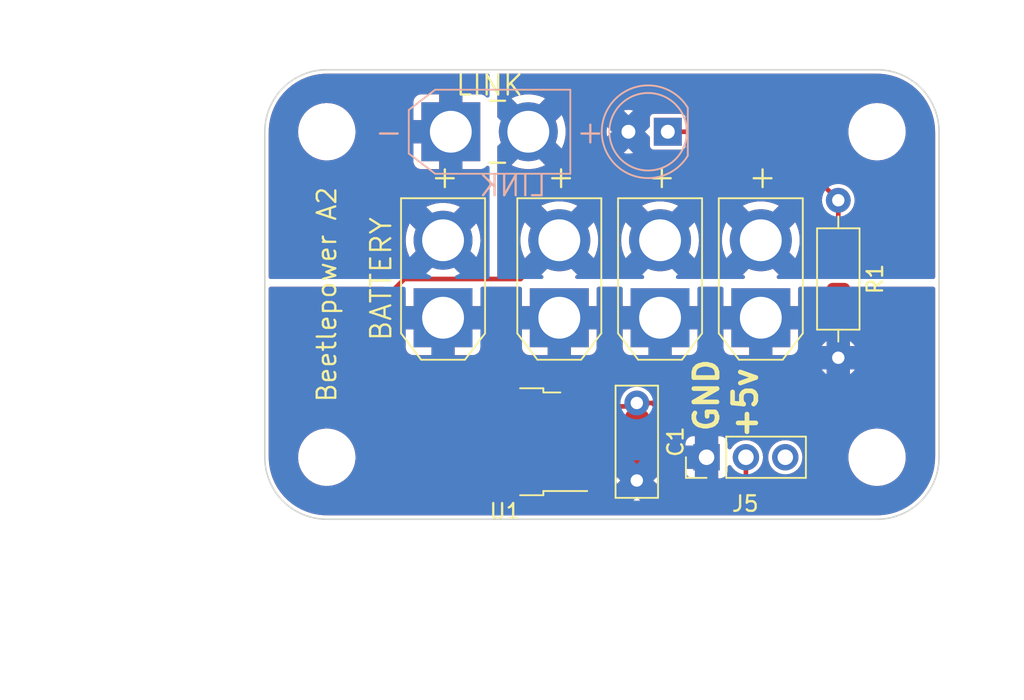
<source format=kicad_pcb>
(kicad_pcb (version 20210424) (generator pcbnew)
  (title_block (date "2021-05-20"))
  (layers (0 "F.Cu" signal) (31 "B.Cu" signal) (34 "B.Paste" user) (35 "F.Paste" user) (36 "B.SilkS" user "B.Silkscreen") (37 "F.SilkS" user "F.Silkscreen") (38 "B.Mask" user) (39 "F.Mask" user) (44 "Edge.Cuts" user))
  (net 0 "")
  (net 1 "/B+IN")
  (net 2 "/B+")
  (net 3 "Net-(D1-Pad1)")
  (net 4 "/GND")
  (net 5 "+5V")
  (footprint "beetlepower-xt30:XT30U-M" (layer "F.Cu") (at 92.5 80 90)
    (fp_text reference "J1" hide)
    (fp_text value "Battery" hide)
    (fp_text user "+" (at 9 0 90) (layer "F.SilkS") (effects (font (size 1.5 1.5))))
    (fp_line (start 7.71 -2.71) (end 7.71 2.71) (layer "F.SilkS") (width 0.12))
    (fp_line (start -2.71 1.41) (end -1.01 2.71) (layer "F.SilkS") (width 0.12))
    (fp_line (start -2.71 -1.41) (end -2.71 1.41) (layer "F.SilkS") (width 0.12))
    (fp_line (start -2.71 -1.41) (end -1.01 -2.71) (layer "F.SilkS") (width 0.12))
    (fp_line (start -1.01 2.71) (end 7.71 2.71) (layer "F.SilkS") (width 0.12))
    (fp_line (start -1.01 -2.71) (end 7.71 -2.71) (layer "F.SilkS") (width 0.12))
    (pad "1" thru_hole rect locked (at 0 0 90) (size 3.8 3.8) (drill 2.7) (layers *.Cu *.Mask) (net 4 "/GND"))
    (pad "2" thru_hole circle locked (at 5 0 90) (size 3.8 3.8) (drill 2.7) (layers *.Cu *.Mask) (net 1 "/B+IN"))
  )
  (footprint "beetlepower-xt30:Resistor-pth-and-smd" (layer "F.Cu") (at 118 77.5 -90)
    (fp_text reference "R1" (at 0 -2.37 -90) (layer "F.SilkS"))
    (fp_text value "R")
    (fp_line (start 3.27 -1.37) (end -3.27 -1.37) (layer "F.SilkS") (width 0.12))
    (fp_line (start 4.04 0) (end 3.27 0) (layer "F.SilkS") (width 0.12))
    (fp_line (start -4.04 0) (end -3.27 0) (layer "F.SilkS") (width 0.12))
    (fp_line (start 3.27 1.37) (end 3.27 -1.37) (layer "F.SilkS") (width 0.12))
    (fp_line (start -3.27 -1.37) (end -3.27 1.37) (layer "F.SilkS") (width 0.12))
    (fp_line (start -3.27 1.37) (end 3.27 1.37) (layer "F.SilkS") (width 0.12))
    (pad "1" smd roundrect locked (at -1 0 270) (size 1.5 1.524) (layers "F.Cu" "F.Mask") (net 3 "Net-(D1-Pad1)"))
    (pad "1" thru_hole circle locked (at -5.08 0 270) (size 1.6 1.6) (drill 0.8) (layers *.Cu *.Mask) (net 3 "Net-(D1-Pad1)"))
    (pad "2" smd roundrect locked (at 1 -0.012 270) (size 1.5 1.524) (layers "F.Cu" "F.Mask") (net 4 "/GND"))
    (pad "2" thru_hole oval locked (at 5.08 0 270) (size 1.6 1.6) (drill 0.8) (layers *.Cu *.Mask) (net 4 "/GND"))
  )
  (footprint "MountingHole:MountingHole_3.2mm_M3" (layer "F.Cu") (at 120.5 68)
    (fp_text reference "H3" hide)
    (fp_text value "MountingHole" hide)
    (pad "1" np_thru_hole circle locked (at 0 0) (size 3.2 3.2) (drill 3.2) (layers *.Cu *.Mask))
  )
  (footprint "beetlepower-xt30:C-pth-and-smd" (layer "F.Cu") (at 105 85.5 -90)
    (fp_text reference "C1" (at 2.5 -2.5 -90) (layer "F.SilkS"))
    (fp_text value "C")
    (fp_line (start -1.12 -1.37) (end 6.12 -1.37) (layer "F.SilkS") (width 0.12))
    (fp_line (start 6.12 -1.37) (end 6.12 1.37) (layer "F.SilkS") (width 0.12))
    (fp_line (start -1.12 -1.37) (end -1.12 1.37) (layer "F.SilkS") (width 0.12))
    (fp_line (start -1.12 1.37) (end 6.12 1.37) (layer "F.SilkS") (width 0.12))
    (pad "1" smd roundrect locked (at 1.225 -0.012 270) (size 1.5 1.524) (layers "F.Cu" "F.Mask") (net 5 "+5V"))
    (pad "1" thru_hole circle locked (at 0 0 270) (size 1.6 1.6) (drill 0.8) (layers *.Cu *.Mask) (net 5 "+5V"))
    (pad "2" thru_hole circle locked (at 5 0 270) (size 1.6 1.6) (drill 0.8) (layers *.Cu *.Mask) (net 4 "/GND"))
    (pad "2" smd roundrect locked (at 3.625 -0.012 270) (size 1.5 1.524) (layers "F.Cu" "F.Mask") (net 4 "/GND"))
  )
  (footprint "MountingHole:MountingHole_3.2mm_M3" (layer "F.Cu") (at 85 68)
    (fp_text reference "H1" hide)
    (fp_text value "MountingHole" hide)
    (pad "1" np_thru_hole circle locked (at 0 0) (size 3.2 3.2) (drill 3.2) (layers *.Cu *.Mask))
  )
  (footprint "MountingHole:MountingHole_3.2mm_M3" (layer "F.Cu") (at 85 89)
    (fp_text reference "H2" hide)
    (fp_text value "MountingHole" hide)
    (pad "1" np_thru_hole circle locked (at 0 0) (size 3.2 3.2) (drill 3.2) (layers *.Cu *.Mask))
  )
  (footprint "Connector_PinHeader_2.54mm:PinHeader_1x03_P2.54mm_Vertical" (layer "F.Cu") (at 109.5 89 90)
    (fp_text reference "J5" (at -3 2.5 180) (layer "F.SilkS"))
    (fp_text value "Conn_01x03_Male")
    (fp_line (start -1.33 6.41) (end 1.33 6.41) (layer "F.SilkS") (width 0.12))
    (fp_line (start -1.33 -1.33) (end 0 -1.33) (layer "F.SilkS") (width 0.12))
    (fp_line (start 1.33 1.27) (end 1.33 6.41) (layer "F.SilkS") (width 0.12))
    (fp_line (start -1.33 0) (end -1.33 -1.33) (layer "F.SilkS") (width 0.12))
    (fp_line (start -1.33 1.27) (end 1.33 1.27) (layer "F.SilkS") (width 0.12))
    (fp_line (start -1.33 1.27) (end -1.33 6.41) (layer "F.SilkS") (width 0.12))
    (pad "1" thru_hole rect locked (at 0 0 90) (size 1.7 1.7) (drill 1) (layers *.Cu *.Mask) (net 4 "/GND"))
    (pad "2" thru_hole oval locked (at 0 2.54 90) (size 1.7 1.7) (drill 1) (layers *.Cu *.Mask) (net 5 "+5V"))
    (pad "3" thru_hole oval locked (at 0 5.08 90) (size 1.7 1.7) (drill 1) (layers *.Cu *.Mask))
  )
  (footprint "beetlepower-xt30:XT30U-F" (layer "F.Cu") (at 100 80 90)
    (fp_text reference "J2" hide)
    (fp_text value "OUT2" hide)
    (fp_text user "+" (at 9 0 90) (layer "F.SilkS") (effects (font (size 1.5 1.5))))
    (fp_line (start -2.71 -1.41) (end -1.01 -2.71) (layer "F.SilkS") (width 0.12))
    (fp_line (start -2.71 -1.41) (end -2.71 1.41) (layer "F.SilkS") (width 0.12))
    (fp_line (start 7.71 -2.71) (end 7.71 2.71) (layer "F.SilkS") (width 0.12))
    (fp_line (start -1.01 -2.71) (end 7.71 -2.71) (layer "F.SilkS") (width 0.12))
    (fp_line (start -2.71 1.41) (end -1.01 2.71) (layer "F.SilkS") (width 0.12))
    (fp_line (start -1.01 2.71) (end 7.71 2.71) (layer "F.SilkS") (width 0.12))
    (pad "1" thru_hole rect locked (at 0 0 90) (size 3.8 3.8) (drill 2.7) (layers *.Cu *.Mask) (net 4 "/GND"))
    (pad "2" thru_hole circle locked (at 5 0 90) (size 4 4) (drill 2.7) (layers *.Cu *.Mask) (net 2 "/B+"))
  )
  (footprint "beetlepower-xt30:XT30U-F" (layer "F.Cu") (at 106.5 80 90)
    (fp_text reference "J3" hide)
    (fp_text value "OUT3" hide)
    (fp_text user "+" (at 9 0 90) (layer "F.SilkS") (effects (font (size 1.5 1.5))))
    (fp_line (start -2.71 -1.41) (end -2.71 1.41) (layer "F.SilkS") (width 0.12))
    (fp_line (start -1.01 2.71) (end 7.71 2.71) (layer "F.SilkS") (width 0.12))
    (fp_line (start -2.71 1.41) (end -1.01 2.71) (layer "F.SilkS") (width 0.12))
    (fp_line (start 7.71 -2.71) (end 7.71 2.71) (layer "F.SilkS") (width 0.12))
    (fp_line (start -2.71 -1.41) (end -1.01 -2.71) (layer "F.SilkS") (width 0.12))
    (fp_line (start -1.01 -2.71) (end 7.71 -2.71) (layer "F.SilkS") (width 0.12))
    (pad "1" thru_hole rect locked (at 0 0 90) (size 3.8 3.8) (drill 2.7) (layers *.Cu *.Mask) (net 4 "/GND"))
    (pad "2" thru_hole circle locked (at 5 0 90) (size 4 4) (drill 2.7) (layers *.Cu *.Mask) (net 2 "/B+"))
  )
  (footprint "MountingHole:MountingHole_3.2mm_M3" (layer "F.Cu") (at 120.5 89)
    (fp_text reference "H4" hide)
    (fp_text value "MountingHole" hide)
    (pad "1" np_thru_hole circle locked (at 0 0) (size 3.2 3.2) (drill 3.2) (layers *.Cu *.Mask))
  )
  (footprint "beetlepower-xt30:XT30U-F" (layer "F.Cu") (at 113 80 90)
    (fp_text reference "J4" hide)
    (fp_text value "OUT4" hide)
    (fp_text user "+" (at 9 0 90) (layer "F.SilkS") (effects (font (size 1.5 1.5))))
    (fp_line (start -2.71 -1.41) (end -2.71 1.41) (layer "F.SilkS") (width 0.12))
    (fp_line (start -2.71 -1.41) (end -1.01 -2.71) (layer "F.SilkS") (width 0.12))
    (fp_line (start -2.71 1.41) (end -1.01 2.71) (layer "F.SilkS") (width 0.12))
    (fp_line (start -1.01 2.71) (end 7.71 2.71) (layer "F.SilkS") (width 0.12))
    (fp_line (start -1.01 -2.71) (end 7.71 -2.71) (layer "F.SilkS") (width 0.12))
    (fp_line (start 7.71 -2.71) (end 7.71 2.71) (layer "F.SilkS") (width 0.12))
    (pad "1" thru_hole rect locked (at 0 0 90) (size 3.8 3.8) (drill 2.7) (layers *.Cu *.Mask) (net 4 "/GND"))
    (pad "2" thru_hole circle locked (at 5 0 90) (size 4 4) (drill 2.7) (layers *.Cu *.Mask) (net 2 "/B+"))
  )
  (footprint "Package_TO_SOT_SMD:TO-252-3_TabPin2" (layer "F.Cu") (at 96.5 88 180)
    (fp_text reference "U1" (at 0 -4.5) (layer "F.SilkS"))
    (fp_text value "MC7805")
    (fp_line (start -2.47 3.18) (end -3.57 3.18) (layer "F.SilkS") (width 0.12))
    (fp_line (start -2.47 -3.18) (end -5.3 -3.18) (layer "F.SilkS") (width 0.12))
    (fp_line (start -0.97 3.45) (end -2.47 3.45) (layer "F.SilkS") (width 0.12))
    (fp_line (start -2.47 -3.45) (end -2.47 -3.18) (layer "F.SilkS") (width 0.12))
    (fp_line (start -2.47 3.45) (end -2.47 3.18) (layer "F.SilkS") (width 0.12))
    (fp_line (start -0.97 -3.45) (end -2.47 -3.45) (layer "F.SilkS") (width 0.12))
    (pad "1" smd rect locked (at -4.2 -2.28 180) (size 2.2 1.2) (layers "F.Cu" "F.Paste" "F.Mask") (net 2 "/B+"))
    (pad "2" smd rect locked (at 2.1 0 180) (size 6.4 5.8) (layers "F.Cu" "F.Mask") (net 4 "/GND"))
    (pad "2" smd rect locked (at -4.2 0 180) (size 2.2 1.2) (layers "F.Cu" "F.Paste" "F.Mask") (net 4 "/GND"))
    (pad "3" smd rect locked (at -4.2 2.28 180) (size 2.2 1.2) (layers "F.Cu" "F.Paste" "F.Mask") (net 5 "+5V"))
  )
  (footprint "beetlepower-xt30:XT30U-M" (layer "B.Cu") (at 93 68)
    (fp_text reference "F1" hide)
    (fp_text value "Link" hide)
    (fp_text user "+" (at 9 0) (layer "B.SilkS") (effects (font (size 1.5 1.5)) (justify mirror)))
    (fp_text user "-" (at -4 0) (layer "B.SilkS") (effects (font (size 1.5 1.5)) (justify mirror)))
    (fp_line (start -2.71 1.41) (end -1.01 2.71) (layer "B.SilkS") (width 0.12))
    (fp_line (start -2.71 -1.41) (end -1.01 -2.71) (layer "B.SilkS") (width 0.12))
    (fp_line (start -2.71 1.41) (end -2.71 -1.41) (layer "B.SilkS") (width 0.12))
    (fp_line (start 7.71 2.71) (end 7.71 -2.71) (layer "B.SilkS") (width 0.12))
    (fp_line (start -1.01 2.71) (end 7.71 2.71) (layer "B.SilkS") (width 0.12))
    (fp_line (start -1.01 -2.71) (end 7.71 -2.71) (layer "B.SilkS") (width 0.12))
    (pad "1" thru_hole rect locked (at 0 0) (size 3.8 3.8) (drill 2.7) (layers *.Cu *.Mask) (net 1 "/B+IN"))
    (pad "2" thru_hole circle locked (at 5 0) (size 3.8 3.8) (drill 2.7) (layers *.Cu *.Mask) (net 2 "/B+"))
  )
  (footprint "LED_THT:LED_D5.0mm" (layer "B.Cu") (at 107 68 180)
    (fp_text reference "D1" hide)
    (fp_text value "LED" hide)
    (fp_line (start -1.29 1.545) (end -1.29 -1.545) (layer "B.SilkS") (width 0.12))
    (fp_arc (start 1.27 0) (end -1.29 1.54483) (angle -148.9) (layer "B.SilkS") (width 0.12))
    (fp_arc (start 1.27 0) (end -1.29 -1.54483) (angle 148.9) (layer "B.SilkS") (width 0.12))
    (fp_circle (center 1.27 0) (end 3.77 0) (layer "B.SilkS") (width 0.12) (fill none))
    (pad "1" thru_hole rect locked (at 0 0 180) (size 1.8 1.8) (drill 0.9) (layers *.Cu *.Mask) (net 3 "Net-(D1-Pad1)"))
    (pad "2" thru_hole circle locked (at 2.54 0 180) (size 1.8 1.8) (drill 0.9) (layers *.Cu *.Mask) (net 2 "/B+"))
  )
  (gr_line (start 95.5 66) (end 96.5 66) (layer "F.SilkS") (width 0.15))
  (gr_line (start 95.5 70) (end 96.5 70) (layer "F.SilkS") (width 0.15))
  (gr_line (start 81 89) (end 81 68) (layer "Edge.Cuts") (width 0.1))
  (gr_line (start 124.5 68) (end 124.5 89) (layer "Edge.Cuts") (width 0.1))
  (gr_line (start 120.5 93) (end 85 93) (layer "Edge.Cuts") (width 0.1))
  (gr_arc (start 120.5 68) (end 120.5 64) (angle 90) (layer "Edge.Cuts") (width 0.1))
  (gr_arc (start 85 68) (end 81 68) (angle 90) (layer "Edge.Cuts") (width 0.1))
  (gr_arc (start 120.5 89) (end 124.5 89) (angle 90) (layer "Edge.Cuts") (width 0.1))
  (gr_arc (start 85 89) (end 85 93) (angle 90) (layer "Edge.Cuts") (width 0.1))
  (gr_line (start 85 64) (end 120.5 64) (layer "Edge.Cuts") (width 0.1))
  (gr_text "LINK" (at 97 71.5) (layer "B.SilkS") (effects (font (size 1.3 1.3)) (justify mirror)))
  (gr_text "+5v" (at 112 85.5 90) (layer "F.SilkS") (effects (font (size 1.5 1.5) (thickness 0.3))))
  (gr_text "GND" (at 109.5 85 90) (layer "F.SilkS") (effects (font (size 1.5 1.5) (thickness 0.3))))
  (gr_text "BATTERY" (at 88.5 77.5 90) (layer "F.SilkS") (effects (font (size 1.3 1.3))))
  (gr_text "LINK" (at 95.5 65) (layer "F.SilkS") (effects (font (size 1.3 1.3))))
  (gr_text "Beetlepower A2" (at 85 78.5 90) (layer "F.SilkS") (effects (font (size 1.2 1.2))))
  (segment (start 87.5 89) (end 87.5 80) (width 0.3) (layer "F.Cu") (net 2))
  (segment (start 90.5 92) (end 87.5 89) (width 0.3) (layer "F.Cu") (net 2))
  (segment (start 97.5 77.5) (end 100 75) (width 0.3) (layer "F.Cu") (net 2))
  (segment (start 87.5 80) (end 90 77.5) (width 0.3) (layer "F.Cu") (net 2))
  (segment (start 90 77.5) (end 97.5 77.5) (width 0.3) (layer "F.Cu") (net 2))
  (segment (start 100.7 90.28) (end 98.98 92) (width 0.3) (layer "F.Cu") (net 2))
  (segment (start 98.98 92) (end 90.5 92) (width 0.3) (layer "F.Cu") (net 2))
  (segment (start 113.5 68) (end 116 70.5) (width 0.3) (layer "F.Cu") (net 3))
  (segment (start 116 70.5) (end 116.08 70.5) (width 0.3) (layer "F.Cu") (net 3))
  (segment (start 107 68) (end 113.5 68) (width 0.3) (layer "F.Cu") (net 3))
  (segment (start 118 76.5) (end 118 72.42) (width 0.3) (layer "F.Cu") (net 3))
  (segment (start 116.08 70.5) (end 118 72.42) (width 0.3) (layer "F.Cu") (net 3))
  (segment (start 104.78 85.72) (end 105 85.5) (width 0.3) (layer "F.Cu") (net 5))
  (segment (start 106 85.5) (end 107 86.5) (width 0.3) (layer "F.Cu") (net 5))
  (segment (start 111.5 91.5) (end 108 91.5) (width 0.3) (layer "F.Cu") (net 5))
  (segment (start 107 86.5) (end 107 90.5) (width 0.3) (layer "F.Cu") (net 5))
  (segment (start 112.04 90.96) (end 111.5 91.5) (width 0.3) (layer "F.Cu") (net 5))
  (segment (start 112.04 89) (end 112.04 90.96) (width 0.3) (layer "F.Cu") (net 5))
  (segment (start 108 91.5) (end 107 90.5) (width 0.3) (layer "F.Cu") (net 5))
  (segment (start 100.7 85.72) (end 104.78 85.72) (width 0.3) (layer "F.Cu") (net 5))
  (segment (start 105 85.5) (end 106 85.5) (width 0.3) (layer "F.Cu") (net 5))
  (zone (net 1) (net_name "/B+IN") (layers F&B.Cu) (connect_pads (clearance 0.25)) (min_thickness 0.254) (fill yes (thermal_gap 0.508) (thermal_bridge_width 1.5))
    (polygon (pts (xy 95.5 77.5) (xy 81 77.5) (xy 81 64) (xy 95.5 64)))
  )
  (zone (net 4) (net_name "/GND") (layers F&B.Cu) (connect_pads (clearance 0.25)) (min_thickness 0.254) (fill yes (thermal_gap 0.508) (thermal_bridge_width 1.5))
    (polygon (pts (xy 130 93) (xy 81 93) (xy 81 78) (xy 130 78)))
  )
  (zone (net 2) (net_name "/B+") (layers F&B.Cu) (connect_pads (clearance 0.25)) (min_thickness 0.254) (fill yes (thermal_gap 0.508) (thermal_bridge_width 1.5))
    (polygon (pts (xy 130 77.5) (xy 96 77.5) (xy 96 59.5) (xy 130 59.5)))
  )
)
</source>
